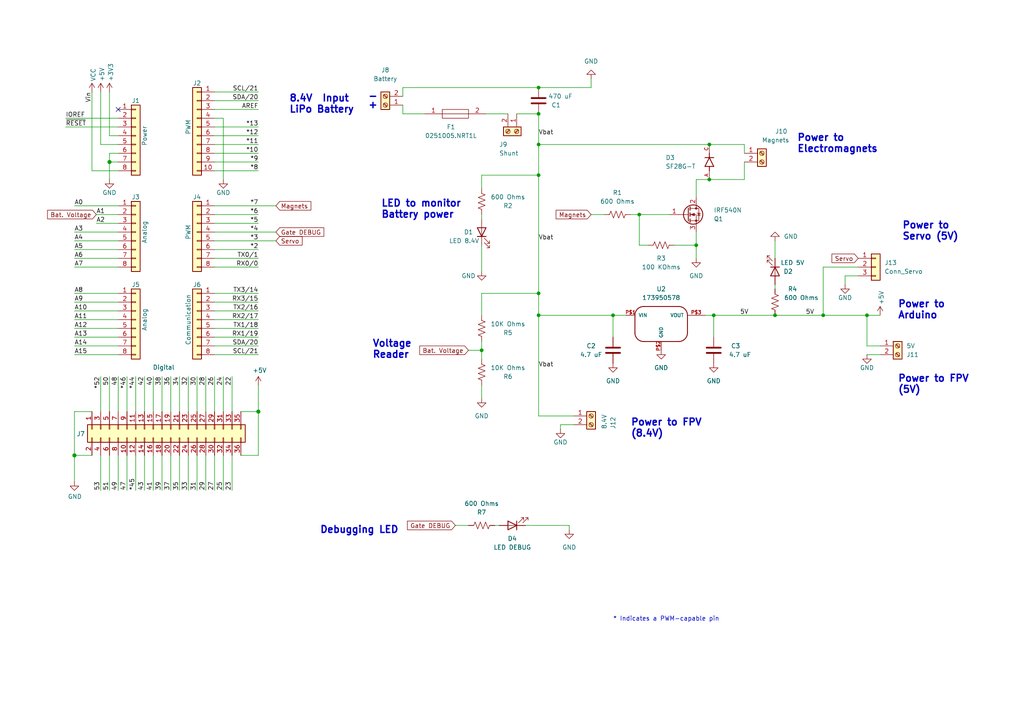
<source format=kicad_sch>
(kicad_sch (version 20211123) (generator eeschema)
  (paper "A4")
  (title_block (date "mar. 31 mars 2015"))
  (lib_symbols
    (symbol "0251005.NRT1L:0251005.NRT1L" (pin_names (offset 0.762))
      (property "Reference" "F" (at 13.97 6.35 0))
      (property "Value" "0251005.NRT1L" (at 13.97 3.81 0))
      (symbol "0251005.NRT1L_0_0"
        (pin passive line (at 0 0 0) (length 5.08) (name "~") (number "1"))
        (pin passive line (at 17.78 0 180) (length 5.08) (name "~") (number "2"))
      )
      (symbol "0251005.NRT1L_0_1"
        (polyline (pts (xy 5.08 0) (xy 12.7 0)) (stroke (width 0.1524)))
        (polyline (pts (xy 5.08 1.27) (xy 12.7 1.27) (xy 12.7 -1.27) (xy 5.08 -1.27) (xy 5.08 1.27)) (stroke (width 0.1524)))
      )
    )
    (symbol "173950578:173950578" (pin_names (offset 1.016))
      (property "Reference" "U" (at 0 10.4325 0))
      (property "Value" "173950578" (at 0 0.2542 0))
      (symbol "173950578_0_0"
        (arc (start -7.62 2.54) (mid -6.8761 0.7439) (end -5.08 0) (stroke (width 0.254)))
        (arc (start -5.08 10.16) (mid -6.8761 9.4161) (end -7.62 7.62) (stroke (width 0.254)))
        (polyline (pts (xy -7.62 2.54) (xy -7.62 7.62)) (stroke (width 0.254)))
        (polyline (pts (xy -5.08 0) (xy 5.08 0)) (stroke (width 0.254)))
        (polyline (pts (xy -5.08 10.16) (xy 5.08 10.16)) (stroke (width 0.254)))
        (polyline (pts (xy 7.62 7.62) (xy 7.62 2.54)) (stroke (width 0.254)))
        (arc (start 5.08 0) (mid 6.8761 0.7439) (end 7.62 2.54) (stroke (width 0.254)))
        (arc (start 7.62 7.62) (mid 6.8761 9.4161) (end 5.08 10.16) (stroke (width 0.254)))
        (pin bidirectional line (at -10.16 7.62 0) (length 2.54) (name "VIN") (number "P$1"))
        (pin bidirectional line (at 0 -2.54 90) (length 2.54) (name "GND") (number "P$2"))
        (pin bidirectional line (at 12.7 7.62 180) (length 5.08) (name "VOUT") (number "P$3"))
      )
    )
    (symbol "Connector:Screw_Terminal_01x02" (pin_names (offset 1.016) hide)
      (property "Reference" "J" (at 0 2.54 0))
      (property "Value" "Screw_Terminal_01x02" (at 0 -5.08 0))
      (symbol "Screw_Terminal_01x02_1_1"
        (rectangle (start -1.27 1.27) (end 1.27 -3.81) (stroke (width 0.254)) (fill (type background)))
        (circle (center 0 -2.54) (radius 0.635) (stroke (width 0.1524)))
        (polyline (pts (xy -0.5334 -2.2098) (xy 0.3302 -3.048)) (stroke (width 0.1524)))
        (polyline (pts (xy -0.5334 0.3302) (xy 0.3302 -0.508)) (stroke (width 0.1524)))
        (polyline (pts (xy -0.3556 -2.032) (xy 0.508 -2.8702)) (stroke (width 0.1524)))
        (polyline (pts (xy -0.3556 0.508) (xy 0.508 -0.3302)) (stroke (width 0.1524)))
        (circle (center 0 0) (radius 0.635) (stroke (width 0.1524)))
        (pin passive line (at -5.08 0 0) (length 3.81) (name "Pin_1") (number "1"))
        (pin passive line (at -5.08 -2.54 0) (length 3.81) (name "Pin_2") (number "2"))
      )
    )
    (symbol "Connector_Generic:Conn_01x03" (pin_names (offset 1.016) hide)
      (property "Reference" "J" (at 0 5.08 0))
      (property "Value" "Conn_01x03" (at 0 -5.08 0))
      (symbol "Conn_01x03_1_1"
        (rectangle (start -1.27 -2.413) (end 0 -2.667) (stroke (width 0.1524)))
        (rectangle (start -1.27 0.127) (end 0 -0.127) (stroke (width 0.1524)))
        (rectangle (start -1.27 2.667) (end 0 2.413) (stroke (width 0.1524)))
        (rectangle (start -1.27 3.81) (end 1.27 -3.81) (stroke (width 0.254)) (fill (type background)))
        (pin passive line (at -5.08 2.54 0) (length 3.81) (name "Pin_1") (number "1"))
        (pin passive line (at -5.08 0 0) (length 3.81) (name "Pin_2") (number "2"))
        (pin passive line (at -5.08 -2.54 0) (length 3.81) (name "Pin_3") (number "3"))
      )
    )
    (symbol "Connector_Generic:Conn_01x08" (pin_names (offset 1.016) hide)
      (property "Reference" "J" (at 0 10.16 0))
      (property "Value" "Conn_01x08" (at 0 -12.7 0))
      (symbol "Conn_01x08_1_1"
        (rectangle (start -1.27 -10.033) (end 0 -10.287) (stroke (width 0.1524)))
        (rectangle (start -1.27 -7.493) (end 0 -7.747) (stroke (width 0.1524)))
        (rectangle (start -1.27 -4.953) (end 0 -5.207) (stroke (width 0.1524)))
        (rectangle (start -1.27 -2.413) (end 0 -2.667) (stroke (width 0.1524)))
        (rectangle (start -1.27 0.127) (end 0 -0.127) (stroke (width 0.1524)))
        (rectangle (start -1.27 2.667) (end 0 2.413) (stroke (width 0.1524)))
        (rectangle (start -1.27 5.207) (end 0 4.953) (stroke (width 0.1524)))
        (rectangle (start -1.27 7.747) (end 0 7.493) (stroke (width 0.1524)))
        (rectangle (start -1.27 8.89) (end 1.27 -11.43) (stroke (width 0.254)) (fill (type background)))
        (pin passive line (at -5.08 7.62 0) (length 3.81) (name "Pin_1") (number "1"))
        (pin passive line (at -5.08 5.08 0) (length 3.81) (name "Pin_2") (number "2"))
        (pin passive line (at -5.08 2.54 0) (length 3.81) (name "Pin_3") (number "3"))
        (pin passive line (at -5.08 0 0) (length 3.81) (name "Pin_4") (number "4"))
        (pin passive line (at -5.08 -2.54 0) (length 3.81) (name "Pin_5") (number "5"))
        (pin passive line (at -5.08 -5.08 0) (length 3.81) (name "Pin_6") (number "6"))
        (pin passive line (at -5.08 -7.62 0) (length 3.81) (name "Pin_7") (number "7"))
        (pin passive line (at -5.08 -10.16 0) (length 3.81) (name "Pin_8") (number "8"))
      )
    )
    (symbol "Connector_Generic:Conn_01x10" (pin_names (offset 1.016) hide)
      (property "Reference" "J" (at 0 12.7 0))
      (property "Value" "Conn_01x10" (at 0 -15.24 0))
      (symbol "Conn_01x10_1_1"
        (rectangle (start -1.27 -12.573) (end 0 -12.827) (stroke (width 0.1524)))
        (rectangle (start -1.27 -10.033) (end 0 -10.287) (stroke (width 0.1524)))
        (rectangle (start -1.27 -7.493) (end 0 -7.747) (stroke (width 0.1524)))
        (rectangle (start -1.27 -4.953) (end 0 -5.207) (stroke (width 0.1524)))
        (rectangle (start -1.27 -2.413) (end 0 -2.667) (stroke (width 0.1524)))
        (rectangle (start -1.27 0.127) (end 0 -0.127) (stroke (width 0.1524)))
        (rectangle (start -1.27 2.667) (end 0 2.413) (stroke (width 0.1524)))
        (rectangle (start -1.27 5.207) (end 0 4.953) (stroke (width 0.1524)))
        (rectangle (start -1.27 7.747) (end 0 7.493) (stroke (width 0.1524)))
        (rectangle (start -1.27 10.287) (end 0 10.033) (stroke (width 0.1524)))
        (rectangle (start -1.27 11.43) (end 1.27 -13.97) (stroke (width 0.254)) (fill (type background)))
        (pin passive line (at -5.08 10.16 0) (length 3.81) (name "Pin_1") (number "1"))
        (pin passive line (at -5.08 -12.7 0) (length 3.81) (name "Pin_10") (number "10"))
        (pin passive line (at -5.08 7.62 0) (length 3.81) (name "Pin_2") (number "2"))
        (pin passive line (at -5.08 5.08 0) (length 3.81) (name "Pin_3") (number "3"))
        (pin passive line (at -5.08 2.54 0) (length 3.81) (name "Pin_4") (number "4"))
        (pin passive line (at -5.08 0 0) (length 3.81) (name "Pin_5") (number "5"))
        (pin passive line (at -5.08 -2.54 0) (length 3.81) (name "Pin_6") (number "6"))
        (pin passive line (at -5.08 -5.08 0) (length 3.81) (name "Pin_7") (number "7"))
        (pin passive line (at -5.08 -7.62 0) (length 3.81) (name "Pin_8") (number "8"))
        (pin passive line (at -5.08 -10.16 0) (length 3.81) (name "Pin_9") (number "9"))
      )
    )
    (symbol "Connector_Generic:Conn_02x18_Odd_Even" (pin_names (offset 1.016) hide)
      (property "Reference" "J" (at 1.27 22.86 0))
      (property "Value" "Conn_02x18_Odd_Even" (at 1.27 -25.4 0))
      (symbol "Conn_02x18_Odd_Even_1_1"
        (rectangle (start -1.27 -22.733) (end 0 -22.987) (stroke (width 0.1524)))
        (rectangle (start -1.27 -20.193) (end 0 -20.447) (stroke (width 0.1524)))
        (rectangle (start -1.27 -17.653) (end 0 -17.907) (stroke (width 0.1524)))
        (rectangle (start -1.27 -15.113) (end 0 -15.367) (stroke (width 0.1524)))
        (rectangle (start -1.27 -12.573) (end 0 -12.827) (stroke (width 0.1524)))
        (rectangle (start -1.27 -10.033) (end 0 -10.287) (stroke (width 0.1524)))
        (rectangle (start -1.27 -7.493) (end 0 -7.747) (stroke (width 0.1524)))
        (rectangle (start -1.27 -4.953) (end 0 -5.207) (stroke (width 0.1524)))
        (rectangle (start -1.27 -2.413) (end 0 -2.667) (stroke (width 0.1524)))
        (rectangle (start -1.27 0.127) (end 0 -0.127) (stroke (width 0.1524)))
        (rectangle (start -1.27 2.667) (end 0 2.413) (stroke (width 0.1524)))
        (rectangle (start -1.27 5.207) (end 0 4.953) (stroke (width 0.1524)))
        (rectangle (start -1.27 7.747) (end 0 7.493) (stroke (width 0.1524)))
        (rectangle (start -1.27 10.287) (end 0 10.033) (stroke (width 0.1524)))
        (rectangle (start -1.27 12.827) (end 0 12.573) (stroke (width 0.1524)))
        (rectangle (start -1.27 15.367) (end 0 15.113) (stroke (width 0.1524)))
        (rectangle (start -1.27 17.907) (end 0 17.653) (stroke (width 0.1524)))
        (rectangle (start -1.27 20.447) (end 0 20.193) (stroke (width 0.1524)))
        (rectangle (start -1.27 21.59) (end 3.81 -24.13) (stroke (width 0.254)) (fill (type background)))
        (rectangle (start 3.81 -22.733) (end 2.54 -22.987) (stroke (width 0.1524)))
        (rectangle (start 3.81 -20.193) (end 2.54 -20.447) (stroke (width 0.1524)))
        (rectangle (start 3.81 -17.653) (end 2.54 -17.907) (stroke (width 0.1524)))
        (rectangle (start 3.81 -15.113) (end 2.54 -15.367) (stroke (width 0.1524)))
        (rectangle (start 3.81 -12.573) (end 2.54 -12.827) (stroke (width 0.1524)))
        (rectangle (start 3.81 -10.033) (end 2.54 -10.287) (stroke (width 0.1524)))
        (rectangle (start 3.81 -7.493) (end 2.54 -7.747) (stroke (width 0.1524)))
        (rectangle (start 3.81 -4.953) (end 2.54 -5.207) (stroke (width 0.1524)))
        (rectangle (start 3.81 -2.413) (end 2.54 -2.667) (stroke (width 0.1524)))
        (rectangle (start 3.81 0.127) (end 2.54 -0.127) (stroke (width 0.1524)))
        (rectangle (start 3.81 2.667) (end 2.54 2.413) (stroke (width 0.1524)))
        (rectangle (start 3.81 5.207) (end 2.54 4.953) (stroke (width 0.1524)))
        (rectangle (start 3.81 7.747) (end 2.54 7.493) (stroke (width 0.1524)))
        (rectangle (start 3.81 10.287) (end 2.54 10.033) (stroke (width 0.1524)))
        (rectangle (start 3.81 12.827) (end 2.54 12.573) (stroke (width 0.1524)))
        (rectangle (start 3.81 15.367) (end 2.54 15.113) (stroke (width 0.1524)))
        (rectangle (start 3.81 17.907) (end 2.54 17.653) (stroke (width 0.1524)))
        (rectangle (start 3.81 20.447) (end 2.54 20.193) (stroke (width 0.1524)))
        (pin passive line (at -5.08 20.32 0) (length 3.81) (name "Pin_1") (number "1"))
        (pin passive line (at 7.62 10.16 180) (length 3.81) (name "Pin_10") (number "10"))
        (pin passive line (at -5.08 7.62 0) (length 3.81) (name "Pin_11") (number "11"))
        (pin passive line (at 7.62 7.62 180) (length 3.81) (name "Pin_12") (number "12"))
        (pin passive line (at -5.08 5.08 0) (length 3.81) (name "Pin_13") (number "13"))
        (pin passive line (at 7.62 5.08 180) (length 3.81) (name "Pin_14") (number "14"))
        (pin passive line (at -5.08 2.54 0) (length 3.81) (name "Pin_15") (number "15"))
        (pin passive line (at 7.62 2.54 180) (length 3.81) (name "Pin_16") (number "16"))
        (pin passive line (at -5.08 0 0) (length 3.81) (name "Pin_17") (number "17"))
        (pin passive line (at 7.62 0 180) (length 3.81) (name "Pin_18") (number "18"))
        (pin passive line (at -5.08 -2.54 0) (length 3.81) (name "Pin_19") (number "19"))
        (pin passive line (at 7.62 20.32 180) (length 3.81) (name "Pin_2") (number "2"))
        (pin passive line (at 7.62 -2.54 180) (length 3.81) (name "Pin_20") (number "20"))
        (pin passive line (at -5.08 -5.08 0) (length 3.81) (name "Pin_21") (number "21"))
        (pin passive line (at 7.62 -5.08 180) (length 3.81) (name "Pin_22") (number "22"))
        (pin passive line (at -5.08 -7.62 0) (length 3.81) (name "Pin_23") (number "23"))
        (pin passive line (at 7.62 -7.62 180) (length 3.81) (name "Pin_24") (number "24"))
        (pin passive line (at -5.08 -10.16 0) (length 3.81) (name "Pin_25") (number "25"))
        (pin passive line (at 7.62 -10.16 180) (length 3.81) (name "Pin_26") (number "26"))
        (pin passive line (at -5.08 -12.7 0) (length 3.81) (name "Pin_27") (number "27"))
        (pin passive line (at 7.62 -12.7 180) (length 3.81) (name "Pin_28") (number "28"))
        (pin passive line (at -5.08 -15.24 0) (length 3.81) (name "Pin_29") (number "29"))
        (pin passive line (at -5.08 17.78 0) (length 3.81) (name "Pin_3") (number "3"))
        (pin passive line (at 7.62 -15.24 180) (length 3.81) (name "Pin_30") (number "30"))
        (pin passive line (at -5.08 -17.78 0) (length 3.81) (name "Pin_31") (number "31"))
        (pin passive line (at 7.62 -17.78 180) (length 3.81) (name "Pin_32") (number "32"))
        (pin passive line (at -5.08 -20.32 0) (length 3.81) (name "Pin_33") (number "33"))
        (pin passive line (at 7.62 -20.32 180) (length 3.81) (name "Pin_34") (number "34"))
        (pin passive line (at -5.08 -22.86 0) (length 3.81) (name "Pin_35") (number "35"))
        (pin passive line (at 7.62 -22.86 180) (length 3.81) (name "Pin_36") (number "36"))
        (pin passive line (at 7.62 17.78 180) (length 3.81) (name "Pin_4") (number "4"))
        (pin passive line (at -5.08 15.24 0) (length 3.81) (name "Pin_5") (number "5"))
        (pin passive line (at 7.62 15.24 180) (length 3.81) (name "Pin_6") (number "6"))
        (pin passive line (at -5.08 12.7 0) (length 3.81) (name "Pin_7") (number "7"))
        (pin passive line (at 7.62 12.7 180) (length 3.81) (name "Pin_8") (number "8"))
        (pin passive line (at -5.08 10.16 0) (length 3.81) (name "Pin_9") (number "9"))
      )
    )
    (symbol "Device:C" (pin_numbers hide) (pin_names (offset 0.254))
      (property "Reference" "C" (at 0.635 2.54 0))
      (property "Value" "C" (at 0.635 -2.54 0))
      (symbol "C_0_1"
        (polyline (pts (xy -2.032 -0.762) (xy 2.032 -0.762)) (stroke (width 0.508)))
        (polyline (pts (xy -2.032 0.762) (xy 2.032 0.762)) (stroke (width 0.508)))
      )
      (symbol "C_1_1"
        (pin passive line (at 0 3.81 270) (length 2.794) (name "~") (number "1"))
        (pin passive line (at 0 -3.81 90) (length 2.794) (name "~") (number "2"))
      )
    )
    (symbol "Device:LED" (pin_numbers hide) (pin_names (offset 1.016) hide)
      (property "Reference" "D" (at 0 2.54 0))
      (property "Value" "LED" (at 0 -2.54 0))
      (symbol "LED_0_1"
        (polyline (pts (xy -1.27 -1.27) (xy -1.27 1.27)) (stroke (width 0.254)))
        (polyline (pts (xy -1.27 0) (xy 1.27 0)))
        (polyline (pts (xy 1.27 -1.27) (xy 1.27 1.27) (xy -1.27 0) (xy 1.27 -1.27)) (stroke (width 0.254)))
        (polyline (pts (xy -3.048 -0.762) (xy -4.572 -2.286) (xy -3.81 -2.286) (xy -4.572 -2.286) (xy -4.572 -1.524)))
        (polyline (pts (xy -1.778 -0.762) (xy -3.302 -2.286) (xy -2.54 -2.286) (xy -3.302 -2.286) (xy -3.302 -1.524)))
      )
      (symbol "LED_1_1"
        (pin passive line (at -3.81 0 0) (length 2.54) (name "K") (number "1"))
        (pin passive line (at 3.81 0 180) (length 2.54) (name "A") (number "2"))
      )
    )
    (symbol "Device:R_US" (pin_numbers hide) (pin_names (offset 0))
      (property "Reference" "R" (at 2.54 0 90))
      (property "Value" "R_US" (at -2.54 0 90))
      (symbol "R_US_0_1"
        (polyline (pts (xy 0 -2.286) (xy 0 -2.54)))
        (polyline (pts (xy 0 2.286) (xy 0 2.54)))
        (polyline (pts (xy 0 -0.762) (xy 1.016 -1.143) (xy 0 -1.524) (xy -1.016 -1.905) (xy 0 -2.286)))
        (polyline (pts (xy 0 0.762) (xy 1.016 0.381) (xy 0 0) (xy -1.016 -0.381) (xy 0 -0.762)))
        (polyline (pts (xy 0 2.286) (xy 1.016 1.905) (xy 0 1.524) (xy -1.016 1.143) (xy 0 0.762)))
      )
      (symbol "R_US_1_1"
        (pin passive line (at 0 3.81 270) (length 1.27) (name "~") (number "1"))
        (pin passive line (at 0 -3.81 90) (length 1.27) (name "~") (number "2"))
      )
    )
    (symbol "SF28G-T:SF28G-T" (pin_names (offset 1.016))
      (property "Reference" "D" (at -5.08 2.54 0))
      (property "Value" "SF28G-T" (at -5.08 -3.81 0))
      (symbol "SF28G-T_0_0"
        (polyline (pts (xy -2.54 0) (xy -1.27 0)) (stroke (width 0.254)))
        (polyline (pts (xy -1.27 -1.27) (xy 1.27 0)) (stroke (width 0.254)))
        (polyline (pts (xy -1.27 0) (xy -1.27 -1.27)) (stroke (width 0.254)))
        (polyline (pts (xy -1.27 1.27) (xy -1.27 0)) (stroke (width 0.254)))
        (polyline (pts (xy 1.27 0) (xy -1.27 1.27)) (stroke (width 0.254)))
        (polyline (pts (xy 1.27 0) (xy 1.27 -1.27)) (stroke (width 0.254)))
        (polyline (pts (xy 1.27 0) (xy 2.54 0)) (stroke (width 0.254)))
        (polyline (pts (xy 1.27 1.27) (xy 1.27 0)) (stroke (width 0.254)))
        (pin passive line (at -5.08 0 0) (length 2.54) (name "~") (number "A"))
        (pin passive line (at 5.08 0 180) (length 2.54) (name "~") (number "C"))
      )
    )
    (symbol "Transistor_FET:IRF540N" (pin_names hide)
      (property "Reference" "Q" (at 6.35 1.905 0))
      (property "Value" "IRF540N" (at 6.35 0 0))
      (symbol "IRF540N_0_1"
        (polyline (pts (xy 0.254 0) (xy -2.54 0)))
        (polyline (pts (xy 0.254 1.905) (xy 0.254 -1.905)) (stroke (width 0.254)))
        (polyline (pts (xy 0.762 -1.27) (xy 0.762 -2.286)) (stroke (width 0.254)))
        (polyline (pts (xy 0.762 0.508) (xy 0.762 -0.508)) (stroke (width 0.254)))
        (polyline (pts (xy 0.762 2.286) (xy 0.762 1.27)) (stroke (width 0.254)))
        (polyline (pts (xy 2.54 2.54) (xy 2.54 1.778)))
        (polyline (pts (xy 2.54 -2.54) (xy 2.54 0) (xy 0.762 0)))
        (polyline (pts (xy 0.762 -1.778) (xy 3.302 -1.778) (xy 3.302 1.778) (xy 0.762 1.778)))
        (polyline (pts (xy 1.016 0) (xy 2.032 0.381) (xy 2.032 -0.381) (xy 1.016 0)) (fill (type outline)))
        (polyline (pts (xy 2.794 0.508) (xy 2.921 0.381) (xy 3.683 0.381) (xy 3.81 0.254)))
        (polyline (pts (xy 3.302 0.381) (xy 2.921 -0.254) (xy 3.683 -0.254) (xy 3.302 0.381)))
        (circle (center 1.651 0) (radius 2.794) (stroke (width 0.254)))
        (circle (center 2.54 -1.778) (radius 0.254) (fill (type outline)))
        (circle (center 2.54 1.778) (radius 0.254) (fill (type outline)))
      )
      (symbol "IRF540N_1_1"
        (pin input line (at -5.08 0 0) (length 2.54) (name "G") (number "1"))
        (pin passive line (at 2.54 5.08 270) (length 2.54) (name "D") (number "2"))
        (pin passive line (at 2.54 -5.08 90) (length 2.54) (name "S") (number "3"))
      )
    )
    (symbol "power:+3V3" (power) (pin_names (offset 0))
      (property "Value" "+3V3" (at 0 3.556 0))
      (symbol "+3V3_0_1"
        (polyline (pts (xy -0.762 1.27) (xy 0 2.54)))
        (polyline (pts (xy 0 0) (xy 0 2.54)))
        (polyline (pts (xy 0 2.54) (xy 0.762 1.27)))
      )
      (symbol "+3V3_1_1"
        (pin power_in line (at 0 0 90) (length 0) hide (name "+3V3") (number "1"))
      )
    )
    (symbol "power:+5V" (power) (pin_names (offset 0))
      (property "Value" "+5V" (at 0 3.556 0))
      (symbol "+5V_0_1"
        (polyline (pts (xy -0.762 1.27) (xy 0 2.54)))
        (polyline (pts (xy 0 0) (xy 0 2.54)))
        (polyline (pts (xy 0 2.54) (xy 0.762 1.27)))
      )
      (symbol "+5V_1_1"
        (pin power_in line (at 0 0 90) (length 0) hide (name "+5V") (number "1"))
      )
    )
    (symbol "power:GND" (power) (pin_names (offset 0))
      (property "Value" "GND" (at 0 -3.81 0))
      (symbol "GND_0_1"
        (polyline (pts (xy 0 0) (xy 0 -1.27) (xy 1.27 -1.27) (xy 0 -2.54) (xy -1.27 -1.27) (xy 0 -1.27)))
      )
      (symbol "GND_1_1"
        (pin power_in line (at 0 0 270) (length 0) hide (name "GND") (number "1"))
      )
    )
    (symbol "power:VCC" (power) (pin_names (offset 0))
      (property "Value" "VCC" (at 0 3.81 0))
      (symbol "VCC_0_1"
        (polyline (pts (xy -0.762 1.27) (xy 0 2.54)))
        (polyline (pts (xy 0 0) (xy 0 2.54)))
        (polyline (pts (xy 0 2.54) (xy 0.762 1.27)))
      )
      (symbol "VCC_1_1"
        (pin power_in line (at 0 0 90) (length 0) hide (name "VCC") (number "1"))
      )
    )
  )
  (junction (at 185.42 62.23))
  (junction (at 21.59 132.08) (diameter 1.016))
  (junction (at 156.21 50.8))
  (junction (at 201.93 71.12))
  (junction (at 177.8 91.44))
  (junction (at 31.75 46.99) (diameter 1.016))
  (junction (at 156.21 33.02))
  (junction (at 251.46 91.44))
  (junction (at 238.76 91.44))
  (junction (at 156.21 85.09))
  (junction (at 156.21 91.44))
  (junction (at 139.7 101.6))
  (junction (at 156.21 25.4))
  (junction (at 205.74 41.91))
  (junction (at 156.21 41.91))
  (junction (at 207.01 91.44))
  (junction (at 205.74 52.07))
  (junction (at 224.79 91.44))
  (junction (at 74.93 119.38) (diameter 1.016))
  (no_connect (at 34.29 31.75))
  (wire (pts (xy 62.23 77.47) (xy 74.93 77.47)))
  (wire (pts (xy 205.74 52.07) (xy 215.9 52.07)))
  (wire (pts (xy 21.59 77.47) (xy 34.29 77.47)))
  (wire (pts (xy 27.94 62.23) (xy 34.29 62.23)))
  (wire (pts (xy 135.89 152.4) (xy 132.08 152.4)))
  (wire (pts (xy 62.23 44.45) (xy 74.93 44.45)))
  (wire (pts (xy 44.45 109.22) (xy 44.45 119.38)))
  (wire (pts (xy 139.7 71.12) (xy 139.7 78.74)))
  (wire (pts (xy 165.1 152.4) (xy 165.1 153.67)))
  (wire (pts (xy 201.93 74.93) (xy 201.93 71.12)))
  (wire (pts (xy 62.23 26.67) (xy 74.93 26.67)))
  (wire (pts (xy 46.99 109.22) (xy 46.99 119.38)))
  (wire (pts (xy 74.93 119.38) (xy 74.93 132.08)))
  (wire (pts (xy 156.21 91.44) (xy 177.8 91.44)))
  (wire (pts (xy 26.67 119.38) (xy 21.59 119.38)))
  (wire (pts (xy 251.46 100.33) (xy 251.46 91.44)))
  (wire (pts (xy 62.23 90.17) (xy 74.93 90.17)))
  (wire (pts (xy 31.75 44.45) (xy 31.75 46.99)))
  (wire (pts (xy 245.11 80.01) (xy 245.11 82.55)))
  (wire (pts (xy 49.53 132.08) (xy 49.53 142.24)))
  (wire (pts (xy 21.59 72.39) (xy 34.29 72.39)))
  (wire (pts (xy 177.8 91.44) (xy 181.61 91.44)))
  (wire (pts (xy 54.61 109.22) (xy 54.61 119.38)))
  (wire (pts (xy 238.76 77.47) (xy 248.92 77.47)))
  (wire (pts (xy 139.7 101.6) (xy 139.7 104.14)))
  (wire (pts (xy 224.79 69.85) (xy 224.79 74.93)))
  (wire (pts (xy 31.75 109.22) (xy 31.75 119.38)))
  (wire (pts (xy 149.86 33.02) (xy 156.21 33.02)))
  (wire (pts (xy 67.31 109.22) (xy 67.31 119.38)))
  (wire (pts (xy 156.21 120.65) (xy 166.37 120.65)))
  (wire (pts (xy 31.75 46.99) (xy 31.75 52.07)))
  (wire (pts (xy 201.93 52.07) (xy 205.74 52.07)))
  (wire (pts (xy 224.79 83.82) (xy 224.79 82.55)))
  (wire (pts (xy 62.23 132.08) (xy 62.23 142.24)))
  (wire (pts (xy 139.7 62.23) (xy 139.7 63.5)))
  (wire (pts (xy 31.75 39.37) (xy 34.29 39.37)))
  (wire (pts (xy 41.91 109.22) (xy 41.91 119.38)))
  (wire (pts (xy 29.21 41.91) (xy 34.29 41.91)))
  (wire (pts (xy 52.07 132.08) (xy 52.07 142.24)))
  (wire (pts (xy 255.27 102.87) (xy 251.46 102.87)))
  (wire (pts (xy 29.21 26.67) (xy 29.21 41.91)))
  (wire (pts (xy 21.59 102.87) (xy 34.29 102.87)))
  (wire (pts (xy 36.83 132.08) (xy 36.83 142.24)))
  (wire (pts (xy 59.69 132.08) (xy 59.69 142.24)))
  (wire (pts (xy 156.21 41.91) (xy 156.21 50.8)))
  (wire (pts (xy 62.23 36.83) (xy 74.93 36.83)))
  (wire (pts (xy 139.7 111.76) (xy 139.7 115.57)))
  (wire (pts (xy 31.75 26.67) (xy 31.75 39.37)))
  (wire (pts (xy 215.9 41.91) (xy 215.9 44.45)))
  (wire (pts (xy 34.29 59.69) (xy 21.59 59.69)))
  (wire (pts (xy 62.23 39.37) (xy 74.93 39.37)))
  (wire (pts (xy 139.7 99.06) (xy 139.7 101.6)))
  (wire (pts (xy 34.29 100.33) (xy 21.59 100.33)))
  (wire (pts (xy 201.93 71.12) (xy 201.93 67.31)))
  (wire (pts (xy 62.23 62.23) (xy 74.93 62.23)))
  (wire (pts (xy 62.23 97.79) (xy 74.93 97.79)))
  (wire (pts (xy 143.51 152.4) (xy 144.78 152.4)))
  (wire (pts (xy 52.07 109.22) (xy 52.07 119.38)))
  (wire (pts (xy 185.42 62.23) (xy 194.31 62.23)))
  (wire (pts (xy 21.59 119.38) (xy 21.59 132.08)))
  (wire (pts (xy 36.83 109.22) (xy 36.83 119.38)))
  (wire (pts (xy 26.67 132.08) (xy 21.59 132.08)))
  (wire (pts (xy 251.46 91.44) (xy 255.27 91.44)))
  (wire (pts (xy 62.23 46.99) (xy 74.93 46.99)))
  (wire (pts (xy 59.69 109.22) (xy 59.69 119.38)))
  (wire (pts (xy 57.15 109.22) (xy 57.15 119.38)))
  (wire (pts (xy 171.45 62.23) (xy 175.26 62.23)))
  (wire (pts (xy 39.37 132.08) (xy 39.37 142.24)))
  (wire (pts (xy 57.15 132.08) (xy 57.15 142.24)))
  (wire (pts (xy 34.29 132.08) (xy 34.29 142.24)))
  (wire (pts (xy 64.77 109.22) (xy 64.77 119.38)))
  (wire (pts (xy 135.89 101.6) (xy 139.7 101.6)))
  (wire (pts (xy 62.23 67.31) (xy 80.01 67.31)))
  (wire (pts (xy 116.84 25.4) (xy 156.21 25.4)))
  (wire (pts (xy 44.45 132.08) (xy 44.45 142.24)))
  (wire (pts (xy 156.21 41.91) (xy 205.74 41.91)))
  (wire (pts (xy 156.21 33.02) (xy 156.21 41.91)))
  (wire (pts (xy 39.37 109.22) (xy 39.37 119.38)))
  (wire (pts (xy 21.59 69.85) (xy 34.29 69.85)))
  (wire (pts (xy 19.05 34.29) (xy 34.29 34.29)))
  (wire (pts (xy 171.45 22.86) (xy 171.45 25.4)))
  (wire (pts (xy 248.92 80.01) (xy 245.11 80.01)))
  (wire (pts (xy 62.23 87.63) (xy 74.93 87.63)))
  (wire (pts (xy 74.93 111.76) (xy 74.93 119.38)))
  (wire (pts (xy 156.21 85.09) (xy 139.7 85.09)))
  (wire (pts (xy 207.01 91.44) (xy 224.79 91.44)))
  (wire (pts (xy 64.77 34.29) (xy 64.77 52.07)))
  (wire (pts (xy 195.58 71.12) (xy 201.93 71.12)))
  (wire (pts (xy 182.88 62.23) (xy 185.42 62.23)))
  (wire (pts (xy 62.23 102.87) (xy 74.93 102.87)))
  (wire (pts (xy 185.42 71.12) (xy 187.96 71.12)))
  (wire (pts (xy 162.56 123.19) (xy 162.56 124.46)))
  (wire (pts (xy 62.23 31.75) (xy 74.93 31.75)))
  (wire (pts (xy 224.79 91.44) (xy 238.76 91.44)))
  (wire (pts (xy 69.85 119.38) (xy 74.93 119.38)))
  (wire (pts (xy 62.23 95.25) (xy 74.93 95.25)))
  (wire (pts (xy 21.59 92.71) (xy 34.29 92.71)))
  (wire (pts (xy 139.7 54.61) (xy 139.7 50.8)))
  (wire (pts (xy 34.29 64.77) (xy 27.94 64.77)))
  (wire (pts (xy 19.05 36.83) (xy 34.29 36.83)))
  (wire (pts (xy 62.23 85.09) (xy 74.93 85.09)))
  (wire (pts (xy 34.29 46.99) (xy 31.75 46.99)))
  (wire (pts (xy 215.9 46.99) (xy 215.9 52.07)))
  (wire (pts (xy 201.93 52.07) (xy 201.93 57.15)))
  (wire (pts (xy 238.76 91.44) (xy 238.76 77.47)))
  (wire (pts (xy 34.29 49.53) (xy 26.67 49.53)))
  (wire (pts (xy 29.21 109.22) (xy 29.21 119.38)))
  (wire (pts (xy 140.97 33.02) (xy 147.32 33.02)))
  (wire (pts (xy 31.75 132.08) (xy 31.75 142.24)))
  (wire (pts (xy 152.4 152.4) (xy 165.1 152.4)))
  (wire (pts (xy 185.42 62.23) (xy 185.42 71.12)))
  (wire (pts (xy 54.61 132.08) (xy 54.61 142.24)))
  (wire (pts (xy 34.29 90.17) (xy 21.59 90.17)))
  (wire (pts (xy 238.76 91.44) (xy 251.46 91.44)))
  (wire (pts (xy 29.21 132.08) (xy 29.21 142.24)))
  (wire (pts (xy 62.23 92.71) (xy 74.93 92.71)))
  (wire (pts (xy 62.23 34.29) (xy 64.77 34.29)))
  (wire (pts (xy 46.99 132.08) (xy 46.99 142.24)))
  (wire (pts (xy 116.84 27.94) (xy 116.84 25.4)))
  (wire (pts (xy 34.29 44.45) (xy 31.75 44.45)))
  (wire (pts (xy 21.59 97.79) (xy 34.29 97.79)))
  (wire (pts (xy 139.7 50.8) (xy 156.21 50.8)))
  (wire (pts (xy 156.21 91.44) (xy 156.21 120.65)))
  (wire (pts (xy 62.23 109.22) (xy 62.23 119.38)))
  (wire (pts (xy 156.21 50.8) (xy 156.21 85.09)))
  (wire (pts (xy 62.23 41.91) (xy 74.93 41.91)))
  (wire (pts (xy 49.53 109.22) (xy 49.53 119.38)))
  (wire (pts (xy 156.21 85.09) (xy 156.21 91.44)))
  (wire (pts (xy 21.59 87.63) (xy 34.29 87.63)))
  (wire (pts (xy 166.37 123.19) (xy 162.56 123.19)))
  (wire (pts (xy 62.23 64.77) (xy 74.93 64.77)))
  (wire (pts (xy 21.59 67.31) (xy 34.29 67.31)))
  (wire (pts (xy 62.23 59.69) (xy 80.01 59.69)))
  (wire (pts (xy 34.29 109.22) (xy 34.29 119.38)))
  (wire (pts (xy 205.74 41.91) (xy 215.9 41.91)))
  (wire (pts (xy 62.23 100.33) (xy 74.93 100.33)))
  (wire (pts (xy 156.21 25.4) (xy 171.45 25.4)))
  (wire (pts (xy 116.84 30.48) (xy 116.84 33.02)))
  (wire (pts (xy 74.93 132.08) (xy 69.85 132.08)))
  (wire (pts (xy 34.29 85.09) (xy 21.59 85.09)))
  (wire (pts (xy 67.31 132.08) (xy 67.31 142.24)))
  (wire (pts (xy 177.8 97.79) (xy 177.8 91.44)))
  (wire (pts (xy 62.23 29.21) (xy 74.93 29.21)))
  (wire (pts (xy 64.77 132.08) (xy 64.77 142.24)))
  (wire (pts (xy 62.23 72.39) (xy 74.93 72.39)))
  (wire (pts (xy 62.23 69.85) (xy 80.01 69.85)))
  (wire (pts (xy 116.84 33.02) (xy 123.19 33.02)))
  (wire (pts (xy 41.91 132.08) (xy 41.91 142.24)))
  (wire (pts (xy 255.27 100.33) (xy 251.46 100.33)))
  (wire (pts (xy 207.01 97.79) (xy 207.01 91.44)))
  (wire (pts (xy 62.23 74.93) (xy 74.93 74.93)))
  (wire (pts (xy 34.29 95.25) (xy 21.59 95.25)))
  (wire (pts (xy 26.67 49.53) (xy 26.67 26.67)))
  (wire (pts (xy 21.59 132.08) (xy 21.59 139.7)))
  (wire (pts (xy 34.29 74.93) (xy 21.59 74.93)))
  (wire (pts (xy 207.01 91.44) (xy 204.47 91.44)))
  (wire (pts (xy 139.7 85.09) (xy 139.7 91.44)))
  (wire (pts (xy 62.23 49.53) (xy 74.93 49.53)))
  (text "-" (at 106.68 29.21 0) (effects (font (size 2 2) (thickness 0.4) bold) (justify left bottom)))
  (text "Power to \nElectromagnets\n" (at 231.14 44.45 0) (effects (font (size 2 2) (thickness 0.4) bold) (justify left bottom)))
  (text "8.4V  Input\nLiPo Battery" (at 83.82 33.02 0) (effects (font (size 2 2) (thickness 0.4) bold) (justify left bottom)))
  (text "Power to \nServo (5V)\n" (at 261.62 69.85 0) (effects (font (size 2 2) (thickness 0.4) bold) (justify left bottom)))
  (text "Debugging LED" (at 92.71 154.94 0) (effects (font (size 2 2) (thickness 0.4) bold) (justify left bottom)))
  (text "Power to \nArduino\n" (at 260.35 92.71 0) (effects (font (size 2 2) (thickness 0.4) bold) (justify left bottom)))
  (text "Power to FPV\n(8.4V)\n" (at 182.88 127 0) (effects (font (size 2 2) (thickness 0.4) bold) (justify left bottom)))
  (text "Voltage\nReader" (at 107.95 104.14 0) (effects (font (size 2 2) (thickness 0.4) bold) (justify left bottom)))
  (text "* Indicates a PWM-capable pin" (at 177.8 180.34 0) (effects (font (size 1.27 1.27)) (justify left bottom)))
  (text "+" (at 106.68 31.75 0) (effects (font (size 2 2) (thickness 0.4) bold) (justify left bottom)))
  (text "LED to monitor\nBattery power\n" (at 110.49 63.5 0) (effects (font (size 2 2) (thickness 0.4) bold) (justify left bottom)))
  (text "Power to FPV\n(5V)\n" (at 260.35 114.3 0) (effects (font (size 2 2) (thickness 0.4) bold) (justify left bottom)))
  (label "A10" (at 21.59 90.17 0))
  (label "RX0{slash}0" (at 74.93 77.47 180))
  (label "A15" (at 21.59 102.87 0))
  (label "A2" (at 27.94 64.77 0))
  (label "RX2{slash}17" (at 74.93 92.71 180))
  (label "*4" (at 74.93 67.31 180))
  (label "SDA{slash}20" (at 74.93 100.33 180))
  (label "26" (at 62.23 109.22 270))
  (label "31" (at 57.15 142.24 90))
  (label "22" (at 67.31 109.22 270))
  (label "Vbat" (at 156.21 106.68 0))
  (label "33" (at 54.61 142.24 90))
  (label "36" (at 49.53 109.22 270))
  (label "*2" (at 74.93 72.39 180))
  (label "TX1{slash}18" (at 74.93 95.25 180))
  (label "*44" (at 39.37 109.22 270))
  (label "A3" (at 21.59 67.31 0))
  (label "Vbat" (at 156.21 69.85 0))
  (label "*13" (at 74.93 36.83 180))
  (label "*52" (at 29.21 109.22 270))
  (label "*12" (at 74.93 39.37 180))
  (label "40" (at 44.45 109.22 270))
  (label "~{RESET}" (at 19.05 36.83 0))
  (label "35" (at 52.07 142.24 90))
  (label "*10" (at 74.93 44.45 180))
  (label "28" (at 59.69 109.22 270))
  (label "Vbat" (at 156.21 39.37 0))
  (label "23" (at 67.31 142.24 90))
  (label "29" (at 59.69 142.24 90))
  (label "A13" (at 21.59 97.79 0))
  (label "41" (at 44.45 142.24 90))
  (label "30" (at 57.15 109.22 270))
  (label "5V" (at 214.63 91.44 0))
  (label "47" (at 36.83 142.24 90))
  (label "34" (at 52.07 109.22 270))
  (label "*45" (at 39.37 142.24 90))
  (label "38" (at 46.99 109.22 270))
  (label "51" (at 31.75 142.24 90))
  (label "*7" (at 74.93 59.69 180))
  (label "SDA{slash}20" (at 74.93 29.21 180))
  (label "*8" (at 74.93 49.53 180))
  (label "A9" (at 21.59 87.63 0))
  (label "*11" (at 74.93 41.91 180))
  (label "*3" (at 74.93 69.85 180))
  (label "A6" (at 21.59 74.93 0))
  (label "42" (at 41.91 109.22 270))
  (label "A1" (at 27.94 62.23 0))
  (label "53" (at 29.21 142.24 90))
  (label "TX0{slash}1" (at 74.93 74.93 180))
  (label "24" (at 64.77 109.22 270))
  (label "RX1{slash}19" (at 74.93 97.79 180))
  (label "A0" (at 21.59 59.69 0))
  (label "AREF" (at 74.93 31.75 180))
  (label "A14" (at 21.59 100.33 0))
  (label "39" (at 46.99 142.24 90))
  (label "A8" (at 21.59 85.09 0))
  (label "Vin" (at 26.67 26.67 270))
  (label "27" (at 62.23 142.24 90))
  (label "37" (at 49.53 142.24 90))
  (label "25" (at 64.77 142.24 90))
  (label "*6" (at 74.93 62.23 180))
  (label "*46" (at 36.83 109.22 270))
  (label "SCL{slash}21" (at 74.93 26.67 180))
  (label "*9" (at 74.93 46.99 180))
  (label "50" (at 31.75 109.22 270))
  (label "TX2{slash}16" (at 74.93 90.17 180))
  (label "*5" (at 74.93 64.77 180))
  (label "IOREF" (at 19.05 34.29 0))
  (label "A7" (at 21.59 77.47 0))
  (label "5V" (at 233.68 91.44 0))
  (label "A11" (at 21.59 92.71 0))
  (label "A4" (at 21.59 69.85 0))
  (label "49" (at 34.29 142.24 90))
  (label "A5" (at 21.59 72.39 0))
  (label "RX3{slash}15" (at 74.93 87.63 180))
  (label "TX3{slash}14" (at 74.93 85.09 180))
  (label "32" (at 54.61 109.22 270))
  (label "43" (at 41.91 142.24 90))
  (label "A12" (at 21.59 95.25 0))
  (label "SCL{slash}21" (at 74.93 102.87 180))
  (label "48" (at 34.29 109.22 270))
  (global_label "Bat. Voltage" (shape input) (at 27.94 62.23 180) (property "Intersheet References" "${INTERSHEET_REFS}" (effects hide)))
  (global_label "Magnets" (shape input) (at 80.01 59.69 0) (property "Intersheet References" "${INTERSHEET_REFS}" (effects hide)))
  (global_label "Servo" (shape input) (at 80.01 69.85 0) (property "Intersheet References" "${INTERSHEET_REFS}" (effects hide)))
  (global_label "Bat. Voltage" (shape input) (at 135.89 101.6 180) (property "Intersheet References" "${INTERSHEET_REFS}" (effects hide)))
  (global_label "Gate DEBUG" (shape input) (at 132.08 152.4 180) (property "Intersheet References" "${INTERSHEET_REFS}" (effects hide)))
  (global_label "Gate DEBUG" (shape input) (at 80.01 67.31 0) (property "Intersheet References" "${INTERSHEET_REFS}" (effects hide)))
  (global_label "Magnets" (shape input) (at 171.45 62.23 180) (property "Intersheet References" "${INTERSHEET_REFS}" (effects hide)))
  (global_label "Servo" (shape input) (at 248.92 74.93 180) (property "Intersheet References" "${INTERSHEET_REFS}" (effects hide)))
  (symbol (lib_id "Connector_Generic:Conn_01x08") (at 39.37 39.37 0) (unit 1)
    (property "Reference" "J1" (at 39.37 29.21 0))
    (property "Value" "Power" (at 41.91 39.37 90))
    (property "Footprint" "Connector_PinSocket_2.54mm:PinSocket_1x08_P2.54mm_Vertical" (effects hide))
  )
  (symbol (lib_id "power:+3V3") (at 31.75 26.67 0) (unit 1)
    (property "Reference" "#PWR03" (effects hide))
    (property "Value" "+3.3V" (at 32.131 23.622 90) (effects (justify left)))
  )
  (symbol (lib_id "power:+5V") (at 29.21 26.67 0) (unit 1)
    (property "Reference" "#PWR02" (effects hide))
    (property "Value" "+5V" (at 29.5656 23.622 90) (effects (justify left)))
  )
  (symbol (lib_id "power:GND") (at 31.75 52.07 0) (unit 1)
    (property "Reference" "#PWR04" (effects hide))
    (property "Value" "GND" (at 31.75 55.88 0))
  )
  (symbol (lib_id "Connector_Generic:Conn_01x10") (at 57.15 36.83 0) (mirror y) (unit 1)
    (property "Reference" "J2" (at 57.15 24.13 0))
    (property "Value" "PWM" (at 54.61 36.83 90))
    (property "Footprint" "Connector_PinSocket_2.54mm:PinSocket_1x10_P2.54mm_Vertical" (effects hide))
  )
  (symbol (lib_id "power:GND") (at 64.77 52.07 0) (unit 1)
    (property "Reference" "#PWR05" (effects hide))
    (property "Value" "GND" (at 64.77 55.88 0))
  )
  (symbol (lib_id "Connector_Generic:Conn_01x08") (at 39.37 67.31 0) (unit 1)
    (property "Reference" "J3" (at 39.37 57.15 0))
    (property "Value" "Analog" (at 41.91 67.31 90))
    (property "Footprint" "Connector_PinSocket_2.54mm:PinSocket_1x08_P2.54mm_Vertical" (effects hide))
  )
  (symbol (lib_id "Connector_Generic:Conn_01x08") (at 57.15 67.31 0) (mirror y) (unit 1)
    (property "Reference" "J4" (at 57.15 57.15 0))
    (property "Value" "PWM" (at 54.61 67.31 90))
    (property "Footprint" "Connector_PinSocket_2.54mm:PinSocket_1x08_P2.54mm_Vertical" (effects hide))
  )
  (symbol (lib_id "Connector_Generic:Conn_01x08") (at 39.37 92.71 0) (unit 1)
    (property "Reference" "J5" (at 39.37 82.55 0))
    (property "Value" "Analog" (at 41.91 92.71 90))
    (property "Footprint" "Connector_PinSocket_2.54mm:PinSocket_1x08_P2.54mm_Vertical" (effects hide))
  )
  (symbol (lib_id "Connector_Generic:Conn_01x08") (at 57.15 92.71 0) (mirror y) (unit 1)
    (property "Reference" "J6" (at 57.15 82.55 0))
    (property "Value" "Communication" (at 54.61 92.71 90))
    (property "Footprint" "Connector_PinSocket_2.54mm:PinSocket_1x08_P2.54mm_Vertical" (effects hide))
  )
  (symbol (lib_id "Connector_Generic:Conn_02x18_Odd_Even") (at 46.99 124.46 90) (mirror x) (unit 1)
    (property "Reference" "J7" (at 24.6379 125.8506 90) (effects (justify left)))
    (property "Value" "Digital" (at 47.498 106.553 90))
    (property "Footprint" "Connector_PinSocket_2.54mm:PinSocket_2x18_P2.54mm_Vertical" (effects hide))
  )
  (symbol (lib_id "power:GND") (at 21.59 139.7 0) (unit 1)
    (property "Reference" "#PWR07" (effects hide))
    (property "Value" "GND" (at 21.7043 144.0244 0))
  )
  (symbol (lib_id "power:+5V") (at 74.93 111.76 0) (unit 1)
    (property "Reference" "#PWR06" (effects hide))
    (property "Value" "+5V" (at 75.2983 107.4356 0))
  )
  (symbol (lib_id "Device:LED") (at 224.79 78.74 270) (unit 1)
    (property "Reference" "D2" (at 228.6 78.74 90))
    (property "Value" "LED 5V" (at 229.87 76.2 90))
    (property "Footprint" "LED_THT:LED_D5.0mm_Horizontal_O3.81mm_Z3.0mm" (effects hide))
  )
  (symbol (lib_id "Connector:Screw_Terminal_01x02") (at 260.35 100.33 0) (unit 1)
    (property "Reference" "J11" (at 262.89 102.87 0) (effects (justify left)))
    (property "Value" "5V" (at 262.89 100.33 0) (effects (justify left)))
    (property "Footprint" "TerminalBlock:TerminalBlock_bornier-2_P5.08mm" (effects hide))
  )
  (symbol (lib_id "Device:R_US") (at 191.77 71.12 270) (unit 1)
    (property "Reference" "R3" (at 191.77 74.93 90))
    (property "Value" "100 KOhms" (at 191.77 77.47 90))
    (property "Footprint" "Resistor_THT:R_Axial_DIN0516_L15.5mm_D5.0mm_P25.40mm_Horizontal" (effects hide))
  )
  (symbol (lib_id "Transistor_FET:IRF540N") (at 199.39 62.23 0) (unit 1)
    (property "Reference" "Q1" (at 207.01 63.5 0) (effects (justify left)))
    (property "Value" "IRF540N" (at 207.01 60.96 0) (effects (justify left)))
    (property "Footprint" "Package_TO_SOT_THT:TO-220-3_Vertical" (effects hide))
    (property "Datasheet" "http://www.irf.com/product-info/datasheets/data/irf540n.pdf" (effects hide))
  )
  (symbol (lib_id "Device:LED") (at 148.59 152.4 180) (unit 1)
    (property "Reference" "D4" (at 148.59 156.21 0))
    (property "Value" "LED DEBUG" (at 148.59 158.75 0))
    (property "Footprint" "LED_THT:LED_D5.0mm_Horizontal_O3.81mm_Z3.0mm" (effects hide))
  )
  (symbol (lib_id "Connector:Screw_Terminal_01x02") (at 171.45 120.65 0) (unit 1)
    (property "Reference" "J12" (at 177.8 124.46 90) (effects (justify left)))
    (property "Value" "8.4V" (at 175.26 124.46 90) (effects (justify left)))
    (property "Footprint" "TerminalBlock:TerminalBlock_bornier-2_P5.08mm" (effects hide))
  )
  (symbol (lib_id "Device:R_US") (at 224.79 87.63 0) (unit 1)
    (property "Reference" "R4" (at 229.87 83.82 0))
    (property "Value" "600 Ohms" (at 232.41 86.36 0))
    (property "Footprint" "Resistor_THT:R_Axial_DIN0207_L6.3mm_D2.5mm_P10.16mm_Horizontal" (effects hide))
  )
  (symbol (lib_id "Device:R_US") (at 179.07 62.23 270) (unit 1)
    (property "Reference" "R1" (at 179.07 55.88 90))
    (property "Value" "600 Ohms" (at 179.07 58.42 90))
    (property "Footprint" "Resistor_THT:R_Axial_DIN0207_L6.3mm_D2.5mm_P10.16mm_Horizontal" (effects hide))
  )
  (symbol (lib_id "Connector_Generic:Conn_01x03") (at 254 77.47 0) (unit 1)
    (property "Reference" "J13" (at 256.54 76.1999 0) (effects (justify left)))
    (property "Value" "Conn_Servo" (at 256.54 78.7399 0) (effects (justify left)))
    (property "Footprint" "Connector_PinHeader_2.54mm:PinHeader_1x03_P2.54mm_Horizontal" (effects hide))
  )
  (symbol (lib_id "power:GND") (at 162.56 124.46 0) (unit 1)
    (property "Reference" "#PWR0108" (effects hide))
    (property "Value" "GND" (at 162.56 128.27 0))
  )
  (symbol (lib_id "173950578:173950578") (at 191.77 99.06 0) (unit 1)
    (property "Reference" "U2" (at 191.77 83.82 0))
    (property "Value" "173950578" (at 191.77 86.36 0))
    (property "Footprint" "173950578:SIP-3" (effects hide))
  )
  (symbol (lib_id "power:GND") (at 139.7 115.57 0) (unit 1)
    (property "Reference" "#PWR08" (effects hide))
    (property "Value" "GND" (at 139.7 120.65 0))
  )
  (symbol (lib_id "power:VCC") (at 26.67 26.67 0) (unit 1)
    (property "Reference" "#PWR01" (effects hide))
    (property "Value" "VCC" (at 27.051 23.622 90) (effects (justify left)))
  )
  (symbol (lib_id "power:GND") (at 165.1 153.67 0) (unit 1)
    (property "Reference" "#PWR0107" (effects hide))
    (property "Value" "GND" (at 165.1 158.75 0))
  )
  (symbol (lib_id "power:GND") (at 201.93 74.93 0) (unit 1)
    (property "Reference" "#PWR0105" (effects hide))
    (property "Value" "GND" (at 201.93 80.01 0))
  )
  (symbol (lib_id "Connector:Screw_Terminal_01x02") (at 149.86 38.1 270) (unit 1)
    (property "Reference" "J9" (at 144.78 41.91 90) (effects (justify left)))
    (property "Value" "Shunt" (at 144.78 44.45 90) (effects (justify left)))
    (property "Footprint" "TerminalBlock:TerminalBlock_bornier-2_P5.08mm" (effects hide))
  )
  (symbol (lib_id "Connector:Screw_Terminal_01x02") (at 220.98 44.45 0) (unit 1)
    (property "Reference" "J10" (at 224.79 38.1 0) (effects (justify left)))
    (property "Value" "Magnets" (at 220.98 40.64 0) (effects (justify left)))
    (property "Footprint" "TerminalBlock:TerminalBlock_bornier-2_P5.08mm" (effects hide))
  )
  (symbol (lib_id "0251005.NRT1L:0251005.NRT1L") (at 123.19 33.02 0) (unit 1)
    (property "Reference" "F1" (at 130.81 36.83 0))
    (property "Value" "0251005.NRT1L" (at 130.81 39.37 0))
    (property "Footprint" "251005:RESAD1831W64L711D280" (effects hide))
    (property "Datasheet" "https://componentsearchengine.com/Datasheets/1/0251005.NRT1L.pdf" (effects hide))
    (property "Description" "Fuses with Leads (Through Hole) 125V 5A" (effects hide))
    (property "Manufacturer_Name" "LITTELFUSE" (effects hide))
    (property "Manufacturer_Part_Number" "0251005.NRT1L" (effects hide))
    (property "Mouser Part Number" "576-0251005.NRT1L" (effects hide))
    (property "Mouser Price/Stock" "https://www.mouser.co.uk/ProductDetail/Littelfuse/0251005.NRT1L?qs=WtG364jHAdw5eWaB%2FwtFng%3D%3D" (effects hide))
    (property "Arrow Part Number" "0251005.NRT1L" (effects hide))
    (property "Arrow Price/Stock" "https://www.arrow.com/en/products/0251005.nrt1l/littelfuse" (effects hide))
  )
  (symbol (lib_id "Device:R_US") (at 139.7 58.42 180) (unit 1)
    (property "Reference" "R2" (at 147.32 59.69 0))
    (property "Value" "600 Ohms" (at 147.32 57.15 0))
    (property "Footprint" "Resistor_THT:R_Axial_DIN0207_L6.3mm_D2.5mm_P10.16mm_Horizontal" (effects hide))
  )
  (symbol (lib_id "power:GND") (at 224.79 69.85 180) (unit 1)
    (property "Reference" "#PWR0112" (effects hide))
    (property "Value" "GND" (at 227.33 68.5799 0) (effects (justify right)))
  )
  (symbol (lib_id "Device:R_US") (at 139.7 107.95 180) (unit 1)
    (property "Reference" "R6" (at 147.32 109.22 0))
    (property "Value" "10K Ohms" (at 147.32 106.68 0))
    (property "Footprint" "Resistor_THT:R_Axial_DIN0207_L6.3mm_D2.5mm_P10.16mm_Horizontal" (effects hide))
  )
  (symbol (lib_id "power:GND") (at 177.8 105.41 0) (unit 1)
    (property "Reference" "#PWR0106" (effects hide))
    (property "Value" "GND" (at 177.8 110.49 0))
  )
  (symbol (lib_id "SF28G-T:SF28G-T") (at 205.74 46.99 90) (unit 1)
    (property "Reference" "D3" (at 193.04 45.72 90) (effects (justify right)))
    (property "Value" "SF28G-T" (at 193.04 48.26 90) (effects (justify right)))
    (property "Footprint" "SF28G-T:DIOAD1300W80L670D310" (effects hide))
    (property "MAXIMUM_PACKAGE_HEIGHT" "3.6 mm" (effects hide))
    (property "PARTREV" "F2105" (effects hide))
    (property "MANUFACTURER" "Taiwan Semiconductor" (effects hide))
    (property "STANDARD" "IPC-7351B" (effects hide))
  )
  (symbol (lib_id "Device:C") (at 177.8 101.6 0) (unit 1)
    (property "Reference" "C2" (at 171.45 100.33 0))
    (property "Value" "4.7 uF" (at 171.45 102.87 0))
    (property "Footprint" "Capacitor_THT:CP_Radial_D5.0mm_P2.00mm" (effects hide))
  )
  (symbol (lib_id "power:GND") (at 191.77 101.6 0) (unit 1)
    (property "Reference" "#PWR0109" (effects hide))
    (property "Value" "GND" (at 191.77 106.68 0))
  )
  (symbol (lib_id "Device:R_US") (at 139.7 152.4 270) (unit 1)
    (property "Reference" "R7" (at 139.7 148.59 90))
    (property "Value" "600 Ohms" (at 139.7 146.05 90))
    (property "Footprint" "Resistor_THT:R_Axial_DIN0207_L6.3mm_D2.5mm_P10.16mm_Horizontal" (effects hide))
  )
  (symbol (lib_id "Device:LED") (at 139.7 67.31 90) (unit 1)
    (property "Reference" "D1" (at 135.89 67.31 90))
    (property "Value" "LED 8.4V" (at 134.62 69.85 90))
    (property "Footprint" "LED_THT:LED_D5.0mm_Horizontal_O3.81mm_Z3.0mm" (effects hide))
  )
  (symbol (lib_id "power:GND") (at 251.46 102.87 0) (unit 1)
    (property "Reference" "#PWR0102" (effects hide))
    (property "Value" "GND" (at 251.46 106.68 0))
  )
  (symbol (lib_id "power:GND") (at 207.01 105.41 0) (unit 1)
    (property "Reference" "#PWR0110" (effects hide))
    (property "Value" "GND" (at 207.01 110.49 0))
  )
  (symbol (lib_id "Device:C") (at 156.21 29.21 180) (unit 1)
    (property "Reference" "C1" (at 161.29 30.48 0))
    (property "Value" "470 uF" (at 162.56 27.94 0))
    (property "Footprint" "Capacitor_THT:CP_Radial_D12.5mm_P5.00mm" (effects hide))
  )
  (symbol (lib_id "Device:R_US") (at 139.7 95.25 180) (unit 1) (in_bom no)
    (property "Reference" "R5" (at 147.32 96.52 0))
    (property "Value" "10K Ohms" (at 147.32 93.98 0))
    (property "Footprint" "Resistor_THT:R_Axial_DIN0207_L6.3mm_D2.5mm_P10.16mm_Horizontal" (effects hide))
  )
  (symbol (lib_id "Connector:Screw_Terminal_01x02") (at 111.76 30.48 180) (unit 1)
    (property "Reference" "J8" (at 111.76 20.32 0))
    (property "Value" "Battery" (at 111.76 22.86 0))
    (property "Footprint" "TerminalBlock:TerminalBlock_bornier-2_P5.08mm" (effects hide))
  )
  (symbol (lib_id "power:+5V") (at 255.27 91.44 0) (unit 1)
    (property "Reference" "#PWR0101" (effects hide))
    (property "Value" "+5V" (at 255.6256 88.392 90) (effects (justify left)))
  )
  (symbol (lib_id "power:GND") (at 245.11 82.55 0) (unit 1)
    (property "Reference" "#PWR0111" (effects hide))
    (property "Value" "GND" (at 245.11 86.36 0))
  )
  (symbol (lib_id "power:GND") (at 171.45 22.86 180) (unit 1)
    (property "Reference" "#PWR0104" (effects hide))
    (property "Value" "GND" (at 171.45 17.78 0))
  )
  (symbol (lib_id "Device:C") (at 207.01 101.6 0) (unit 1)
    (property "Reference" "C3" (at 213.36 100.33 0))
    (property "Value" "4.7 uF" (at 214.63 102.87 0))
    (property "Footprint" "Capacitor_THT:CP_Radial_D5.0mm_P2.00mm" (effects hide))
  )
  (symbol (lib_id "power:GND") (at 139.7 78.74 0) (unit 1)
    (property "Reference" "#PWR0103" (effects hide))
    (property "Value" "GND" (at 135.89 80.01 0))
  )
)
</source>
